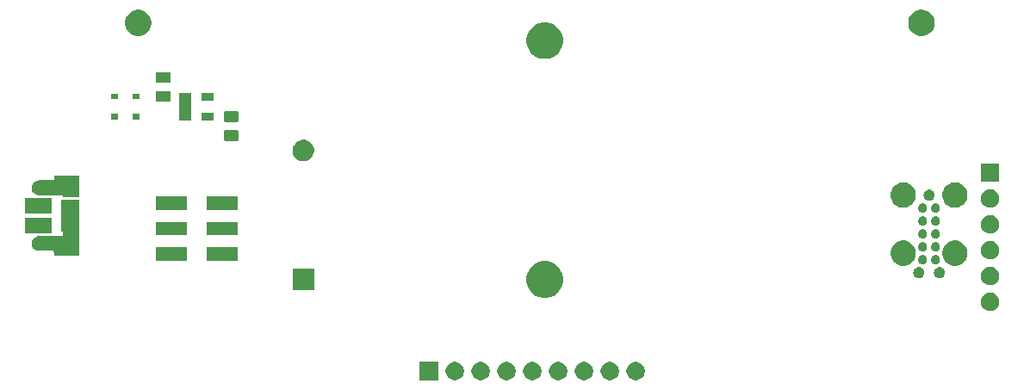
<source format=gbs>
G04 #@! TF.GenerationSoftware,KiCad,Pcbnew,5.1.5-52549c5~84~ubuntu19.10.1*
G04 #@! TF.CreationDate,2020-01-03T09:39:47-08:00*
G04 #@! TF.ProjectId,bsidessd,62736964-6573-4736-942e-6b696361645f,2*
G04 #@! TF.SameCoordinates,Original*
G04 #@! TF.FileFunction,Soldermask,Bot*
G04 #@! TF.FilePolarity,Negative*
%FSLAX46Y46*%
G04 Gerber Fmt 4.6, Leading zero omitted, Abs format (unit mm)*
G04 Created by KiCad (PCBNEW 5.1.5-52549c5~84~ubuntu19.10.1) date 2020-01-03 09:39:47*
%MOMM*%
%LPD*%
G04 APERTURE LIST*
%ADD10C,0.100000*%
G04 APERTURE END LIST*
D10*
G36*
X110273512Y-147103927D02*
G01*
X110422812Y-147133624D01*
X110586784Y-147201544D01*
X110734354Y-147300147D01*
X110859853Y-147425646D01*
X110958456Y-147573216D01*
X111026376Y-147737188D01*
X111061000Y-147911259D01*
X111061000Y-148088741D01*
X111026376Y-148262812D01*
X110958456Y-148426784D01*
X110859853Y-148574354D01*
X110734354Y-148699853D01*
X110586784Y-148798456D01*
X110422812Y-148866376D01*
X110273512Y-148896073D01*
X110248742Y-148901000D01*
X110071258Y-148901000D01*
X110046488Y-148896073D01*
X109897188Y-148866376D01*
X109733216Y-148798456D01*
X109585646Y-148699853D01*
X109460147Y-148574354D01*
X109361544Y-148426784D01*
X109293624Y-148262812D01*
X109259000Y-148088741D01*
X109259000Y-147911259D01*
X109293624Y-147737188D01*
X109361544Y-147573216D01*
X109460147Y-147425646D01*
X109585646Y-147300147D01*
X109733216Y-147201544D01*
X109897188Y-147133624D01*
X110046488Y-147103927D01*
X110071258Y-147099000D01*
X110248742Y-147099000D01*
X110273512Y-147103927D01*
G37*
G36*
X107733512Y-147103927D02*
G01*
X107882812Y-147133624D01*
X108046784Y-147201544D01*
X108194354Y-147300147D01*
X108319853Y-147425646D01*
X108418456Y-147573216D01*
X108486376Y-147737188D01*
X108521000Y-147911259D01*
X108521000Y-148088741D01*
X108486376Y-148262812D01*
X108418456Y-148426784D01*
X108319853Y-148574354D01*
X108194354Y-148699853D01*
X108046784Y-148798456D01*
X107882812Y-148866376D01*
X107733512Y-148896073D01*
X107708742Y-148901000D01*
X107531258Y-148901000D01*
X107506488Y-148896073D01*
X107357188Y-148866376D01*
X107193216Y-148798456D01*
X107045646Y-148699853D01*
X106920147Y-148574354D01*
X106821544Y-148426784D01*
X106753624Y-148262812D01*
X106719000Y-148088741D01*
X106719000Y-147911259D01*
X106753624Y-147737188D01*
X106821544Y-147573216D01*
X106920147Y-147425646D01*
X107045646Y-147300147D01*
X107193216Y-147201544D01*
X107357188Y-147133624D01*
X107506488Y-147103927D01*
X107531258Y-147099000D01*
X107708742Y-147099000D01*
X107733512Y-147103927D01*
G37*
G36*
X90741000Y-148901000D02*
G01*
X88939000Y-148901000D01*
X88939000Y-147099000D01*
X90741000Y-147099000D01*
X90741000Y-148901000D01*
G37*
G36*
X92493512Y-147103927D02*
G01*
X92642812Y-147133624D01*
X92806784Y-147201544D01*
X92954354Y-147300147D01*
X93079853Y-147425646D01*
X93178456Y-147573216D01*
X93246376Y-147737188D01*
X93281000Y-147911259D01*
X93281000Y-148088741D01*
X93246376Y-148262812D01*
X93178456Y-148426784D01*
X93079853Y-148574354D01*
X92954354Y-148699853D01*
X92806784Y-148798456D01*
X92642812Y-148866376D01*
X92493512Y-148896073D01*
X92468742Y-148901000D01*
X92291258Y-148901000D01*
X92266488Y-148896073D01*
X92117188Y-148866376D01*
X91953216Y-148798456D01*
X91805646Y-148699853D01*
X91680147Y-148574354D01*
X91581544Y-148426784D01*
X91513624Y-148262812D01*
X91479000Y-148088741D01*
X91479000Y-147911259D01*
X91513624Y-147737188D01*
X91581544Y-147573216D01*
X91680147Y-147425646D01*
X91805646Y-147300147D01*
X91953216Y-147201544D01*
X92117188Y-147133624D01*
X92266488Y-147103927D01*
X92291258Y-147099000D01*
X92468742Y-147099000D01*
X92493512Y-147103927D01*
G37*
G36*
X95033512Y-147103927D02*
G01*
X95182812Y-147133624D01*
X95346784Y-147201544D01*
X95494354Y-147300147D01*
X95619853Y-147425646D01*
X95718456Y-147573216D01*
X95786376Y-147737188D01*
X95821000Y-147911259D01*
X95821000Y-148088741D01*
X95786376Y-148262812D01*
X95718456Y-148426784D01*
X95619853Y-148574354D01*
X95494354Y-148699853D01*
X95346784Y-148798456D01*
X95182812Y-148866376D01*
X95033512Y-148896073D01*
X95008742Y-148901000D01*
X94831258Y-148901000D01*
X94806488Y-148896073D01*
X94657188Y-148866376D01*
X94493216Y-148798456D01*
X94345646Y-148699853D01*
X94220147Y-148574354D01*
X94121544Y-148426784D01*
X94053624Y-148262812D01*
X94019000Y-148088741D01*
X94019000Y-147911259D01*
X94053624Y-147737188D01*
X94121544Y-147573216D01*
X94220147Y-147425646D01*
X94345646Y-147300147D01*
X94493216Y-147201544D01*
X94657188Y-147133624D01*
X94806488Y-147103927D01*
X94831258Y-147099000D01*
X95008742Y-147099000D01*
X95033512Y-147103927D01*
G37*
G36*
X100113512Y-147103927D02*
G01*
X100262812Y-147133624D01*
X100426784Y-147201544D01*
X100574354Y-147300147D01*
X100699853Y-147425646D01*
X100798456Y-147573216D01*
X100866376Y-147737188D01*
X100901000Y-147911259D01*
X100901000Y-148088741D01*
X100866376Y-148262812D01*
X100798456Y-148426784D01*
X100699853Y-148574354D01*
X100574354Y-148699853D01*
X100426784Y-148798456D01*
X100262812Y-148866376D01*
X100113512Y-148896073D01*
X100088742Y-148901000D01*
X99911258Y-148901000D01*
X99886488Y-148896073D01*
X99737188Y-148866376D01*
X99573216Y-148798456D01*
X99425646Y-148699853D01*
X99300147Y-148574354D01*
X99201544Y-148426784D01*
X99133624Y-148262812D01*
X99099000Y-148088741D01*
X99099000Y-147911259D01*
X99133624Y-147737188D01*
X99201544Y-147573216D01*
X99300147Y-147425646D01*
X99425646Y-147300147D01*
X99573216Y-147201544D01*
X99737188Y-147133624D01*
X99886488Y-147103927D01*
X99911258Y-147099000D01*
X100088742Y-147099000D01*
X100113512Y-147103927D01*
G37*
G36*
X102653512Y-147103927D02*
G01*
X102802812Y-147133624D01*
X102966784Y-147201544D01*
X103114354Y-147300147D01*
X103239853Y-147425646D01*
X103338456Y-147573216D01*
X103406376Y-147737188D01*
X103441000Y-147911259D01*
X103441000Y-148088741D01*
X103406376Y-148262812D01*
X103338456Y-148426784D01*
X103239853Y-148574354D01*
X103114354Y-148699853D01*
X102966784Y-148798456D01*
X102802812Y-148866376D01*
X102653512Y-148896073D01*
X102628742Y-148901000D01*
X102451258Y-148901000D01*
X102426488Y-148896073D01*
X102277188Y-148866376D01*
X102113216Y-148798456D01*
X101965646Y-148699853D01*
X101840147Y-148574354D01*
X101741544Y-148426784D01*
X101673624Y-148262812D01*
X101639000Y-148088741D01*
X101639000Y-147911259D01*
X101673624Y-147737188D01*
X101741544Y-147573216D01*
X101840147Y-147425646D01*
X101965646Y-147300147D01*
X102113216Y-147201544D01*
X102277188Y-147133624D01*
X102426488Y-147103927D01*
X102451258Y-147099000D01*
X102628742Y-147099000D01*
X102653512Y-147103927D01*
G37*
G36*
X105193512Y-147103927D02*
G01*
X105342812Y-147133624D01*
X105506784Y-147201544D01*
X105654354Y-147300147D01*
X105779853Y-147425646D01*
X105878456Y-147573216D01*
X105946376Y-147737188D01*
X105981000Y-147911259D01*
X105981000Y-148088741D01*
X105946376Y-148262812D01*
X105878456Y-148426784D01*
X105779853Y-148574354D01*
X105654354Y-148699853D01*
X105506784Y-148798456D01*
X105342812Y-148866376D01*
X105193512Y-148896073D01*
X105168742Y-148901000D01*
X104991258Y-148901000D01*
X104966488Y-148896073D01*
X104817188Y-148866376D01*
X104653216Y-148798456D01*
X104505646Y-148699853D01*
X104380147Y-148574354D01*
X104281544Y-148426784D01*
X104213624Y-148262812D01*
X104179000Y-148088741D01*
X104179000Y-147911259D01*
X104213624Y-147737188D01*
X104281544Y-147573216D01*
X104380147Y-147425646D01*
X104505646Y-147300147D01*
X104653216Y-147201544D01*
X104817188Y-147133624D01*
X104966488Y-147103927D01*
X104991258Y-147099000D01*
X105168742Y-147099000D01*
X105193512Y-147103927D01*
G37*
G36*
X97573512Y-147103927D02*
G01*
X97722812Y-147133624D01*
X97886784Y-147201544D01*
X98034354Y-147300147D01*
X98159853Y-147425646D01*
X98258456Y-147573216D01*
X98326376Y-147737188D01*
X98361000Y-147911259D01*
X98361000Y-148088741D01*
X98326376Y-148262812D01*
X98258456Y-148426784D01*
X98159853Y-148574354D01*
X98034354Y-148699853D01*
X97886784Y-148798456D01*
X97722812Y-148866376D01*
X97573512Y-148896073D01*
X97548742Y-148901000D01*
X97371258Y-148901000D01*
X97346488Y-148896073D01*
X97197188Y-148866376D01*
X97033216Y-148798456D01*
X96885646Y-148699853D01*
X96760147Y-148574354D01*
X96661544Y-148426784D01*
X96593624Y-148262812D01*
X96559000Y-148088741D01*
X96559000Y-147911259D01*
X96593624Y-147737188D01*
X96661544Y-147573216D01*
X96760147Y-147425646D01*
X96885646Y-147300147D01*
X97033216Y-147201544D01*
X97197188Y-147133624D01*
X97346488Y-147103927D01*
X97371258Y-147099000D01*
X97548742Y-147099000D01*
X97573512Y-147103927D01*
G37*
G36*
X145113512Y-140303927D02*
G01*
X145262812Y-140333624D01*
X145426784Y-140401544D01*
X145574354Y-140500147D01*
X145699853Y-140625646D01*
X145798456Y-140773216D01*
X145866376Y-140937188D01*
X145901000Y-141111259D01*
X145901000Y-141288741D01*
X145866376Y-141462812D01*
X145798456Y-141626784D01*
X145699853Y-141774354D01*
X145574354Y-141899853D01*
X145426784Y-141998456D01*
X145262812Y-142066376D01*
X145113512Y-142096073D01*
X145088742Y-142101000D01*
X144911258Y-142101000D01*
X144886488Y-142096073D01*
X144737188Y-142066376D01*
X144573216Y-141998456D01*
X144425646Y-141899853D01*
X144300147Y-141774354D01*
X144201544Y-141626784D01*
X144133624Y-141462812D01*
X144099000Y-141288741D01*
X144099000Y-141111259D01*
X144133624Y-140937188D01*
X144201544Y-140773216D01*
X144300147Y-140625646D01*
X144425646Y-140500147D01*
X144573216Y-140401544D01*
X144737188Y-140333624D01*
X144886488Y-140303927D01*
X144911258Y-140299000D01*
X145088742Y-140299000D01*
X145113512Y-140303927D01*
G37*
G36*
X101748931Y-137268211D02*
G01*
X102076692Y-137403974D01*
X102371670Y-137601072D01*
X102622528Y-137851930D01*
X102819626Y-138146908D01*
X102955389Y-138474669D01*
X103024600Y-138822616D01*
X103024600Y-139177384D01*
X102955389Y-139525331D01*
X102819626Y-139853092D01*
X102622528Y-140148070D01*
X102371670Y-140398928D01*
X102076692Y-140596026D01*
X101748931Y-140731789D01*
X101400984Y-140801000D01*
X101046216Y-140801000D01*
X100698269Y-140731789D01*
X100370508Y-140596026D01*
X100075530Y-140398928D01*
X99824672Y-140148070D01*
X99627574Y-139853092D01*
X99491811Y-139525331D01*
X99422600Y-139177384D01*
X99422600Y-138822616D01*
X99491811Y-138474669D01*
X99627574Y-138146908D01*
X99824672Y-137851930D01*
X100075530Y-137601072D01*
X100370508Y-137403974D01*
X100698269Y-137268211D01*
X101046216Y-137199000D01*
X101400984Y-137199000D01*
X101748931Y-137268211D01*
G37*
G36*
X78551000Y-140051000D02*
G01*
X76449000Y-140051000D01*
X76449000Y-137949000D01*
X78551000Y-137949000D01*
X78551000Y-140051000D01*
G37*
G36*
X145112370Y-137763700D02*
G01*
X145262812Y-137793624D01*
X145426784Y-137861544D01*
X145574354Y-137960147D01*
X145699853Y-138085646D01*
X145798456Y-138233216D01*
X145866376Y-138397188D01*
X145901000Y-138571259D01*
X145901000Y-138748741D01*
X145866376Y-138922812D01*
X145798456Y-139086784D01*
X145699853Y-139234354D01*
X145574354Y-139359853D01*
X145426784Y-139458456D01*
X145262812Y-139526376D01*
X145113512Y-139556073D01*
X145088742Y-139561000D01*
X144911258Y-139561000D01*
X144886488Y-139556073D01*
X144737188Y-139526376D01*
X144573216Y-139458456D01*
X144425646Y-139359853D01*
X144300147Y-139234354D01*
X144201544Y-139086784D01*
X144133624Y-138922812D01*
X144099000Y-138748741D01*
X144099000Y-138571259D01*
X144133624Y-138397188D01*
X144201544Y-138233216D01*
X144300147Y-138085646D01*
X144425646Y-137960147D01*
X144573216Y-137861544D01*
X144737188Y-137793624D01*
X144887630Y-137763700D01*
X144911258Y-137759000D01*
X145088742Y-137759000D01*
X145112370Y-137763700D01*
G37*
G36*
X140122578Y-137774197D02*
G01*
X140175350Y-137784694D01*
X140274770Y-137825875D01*
X140364246Y-137885661D01*
X140440339Y-137961754D01*
X140500125Y-138051230D01*
X140539756Y-138146908D01*
X140541306Y-138150651D01*
X140557730Y-138233216D01*
X140562300Y-138256194D01*
X140562300Y-138363806D01*
X140541306Y-138469350D01*
X140500125Y-138568770D01*
X140440339Y-138658246D01*
X140364246Y-138734339D01*
X140274770Y-138794125D01*
X140175350Y-138835306D01*
X140122578Y-138845803D01*
X140069807Y-138856300D01*
X139962193Y-138856300D01*
X139909422Y-138845803D01*
X139856650Y-138835306D01*
X139757230Y-138794125D01*
X139667754Y-138734339D01*
X139591661Y-138658246D01*
X139531875Y-138568770D01*
X139490694Y-138469350D01*
X139469700Y-138363806D01*
X139469700Y-138256194D01*
X139474271Y-138233216D01*
X139490694Y-138150651D01*
X139492244Y-138146908D01*
X139531875Y-138051230D01*
X139591661Y-137961754D01*
X139667754Y-137885661D01*
X139757230Y-137825875D01*
X139856650Y-137784694D01*
X139909422Y-137774197D01*
X139962193Y-137763700D01*
X140069807Y-137763700D01*
X140122578Y-137774197D01*
G37*
G36*
X138090578Y-137774197D02*
G01*
X138143350Y-137784694D01*
X138242770Y-137825875D01*
X138332246Y-137885661D01*
X138408339Y-137961754D01*
X138468125Y-138051230D01*
X138507756Y-138146908D01*
X138509306Y-138150651D01*
X138525730Y-138233216D01*
X138530300Y-138256194D01*
X138530300Y-138363806D01*
X138509306Y-138469350D01*
X138468125Y-138568770D01*
X138408339Y-138658246D01*
X138332246Y-138734339D01*
X138242770Y-138794125D01*
X138143350Y-138835306D01*
X138090578Y-138845803D01*
X138037807Y-138856300D01*
X137930193Y-138856300D01*
X137877422Y-138845803D01*
X137824650Y-138835306D01*
X137725230Y-138794125D01*
X137635754Y-138734339D01*
X137559661Y-138658246D01*
X137499875Y-138568770D01*
X137458694Y-138469350D01*
X137437700Y-138363806D01*
X137437700Y-138256194D01*
X137442271Y-138233216D01*
X137458694Y-138150651D01*
X137460244Y-138146908D01*
X137499875Y-138051230D01*
X137559661Y-137961754D01*
X137635754Y-137885661D01*
X137725230Y-137825875D01*
X137824650Y-137784694D01*
X137877422Y-137774197D01*
X137930193Y-137763700D01*
X138037807Y-137763700D01*
X138090578Y-137774197D01*
G37*
G36*
X141696031Y-135173273D02*
G01*
X141901257Y-135214094D01*
X142126650Y-135307455D01*
X142329498Y-135442994D01*
X142502006Y-135615502D01*
X142637545Y-135818350D01*
X142730906Y-136043743D01*
X142778500Y-136283018D01*
X142778500Y-136526982D01*
X142730906Y-136766257D01*
X142637545Y-136991650D01*
X142502006Y-137194498D01*
X142329498Y-137367006D01*
X142126650Y-137502545D01*
X141901257Y-137595906D01*
X141696031Y-137636727D01*
X141661983Y-137643500D01*
X141418017Y-137643500D01*
X141383969Y-137636727D01*
X141178743Y-137595906D01*
X140953350Y-137502545D01*
X140750502Y-137367006D01*
X140577994Y-137194498D01*
X140442455Y-136991650D01*
X140349094Y-136766257D01*
X140301500Y-136526982D01*
X140301500Y-136283018D01*
X140349094Y-136043743D01*
X140442455Y-135818350D01*
X140577994Y-135615502D01*
X140750502Y-135442994D01*
X140953350Y-135307455D01*
X141178743Y-135214094D01*
X141383969Y-135173273D01*
X141418017Y-135166500D01*
X141661983Y-135166500D01*
X141696031Y-135173273D01*
G37*
G36*
X136616031Y-135173273D02*
G01*
X136821257Y-135214094D01*
X137046650Y-135307455D01*
X137249498Y-135442994D01*
X137422006Y-135615502D01*
X137557545Y-135818350D01*
X137650906Y-136043743D01*
X137698500Y-136283018D01*
X137698500Y-136526982D01*
X137650906Y-136766257D01*
X137557545Y-136991650D01*
X137422006Y-137194498D01*
X137249498Y-137367006D01*
X137046650Y-137502545D01*
X136821257Y-137595906D01*
X136616031Y-137636727D01*
X136581983Y-137643500D01*
X136338017Y-137643500D01*
X136303969Y-137636727D01*
X136098743Y-137595906D01*
X135873350Y-137502545D01*
X135670502Y-137367006D01*
X135497994Y-137194498D01*
X135362455Y-136991650D01*
X135269094Y-136766257D01*
X135221500Y-136526982D01*
X135221500Y-136283018D01*
X135269094Y-136043743D01*
X135362455Y-135818350D01*
X135497994Y-135615502D01*
X135670502Y-135442994D01*
X135873350Y-135307455D01*
X136098743Y-135214094D01*
X136303969Y-135173273D01*
X136338017Y-135166500D01*
X136581983Y-135166500D01*
X136616031Y-135173273D01*
G37*
G36*
X139764714Y-136612389D02*
G01*
X139803373Y-136628402D01*
X139845645Y-136645912D01*
X139918480Y-136694579D01*
X139980421Y-136756520D01*
X139980422Y-136756522D01*
X140029089Y-136829357D01*
X140062611Y-136910286D01*
X140079700Y-136996199D01*
X140079700Y-137083801D01*
X140062611Y-137169714D01*
X140052346Y-137194497D01*
X140029088Y-137250645D01*
X139980421Y-137323480D01*
X139918480Y-137385421D01*
X139845645Y-137434088D01*
X139845644Y-137434089D01*
X139845643Y-137434089D01*
X139764714Y-137467611D01*
X139678801Y-137484700D01*
X139591199Y-137484700D01*
X139505286Y-137467611D01*
X139424357Y-137434089D01*
X139424356Y-137434089D01*
X139424355Y-137434088D01*
X139351520Y-137385421D01*
X139289579Y-137323480D01*
X139240912Y-137250645D01*
X139217655Y-137194497D01*
X139207389Y-137169714D01*
X139190300Y-137083801D01*
X139190300Y-136996199D01*
X139207389Y-136910286D01*
X139240911Y-136829357D01*
X139289578Y-136756522D01*
X139289579Y-136756520D01*
X139351520Y-136694579D01*
X139424355Y-136645912D01*
X139466628Y-136628402D01*
X139505286Y-136612389D01*
X139591199Y-136595300D01*
X139678801Y-136595300D01*
X139764714Y-136612389D01*
G37*
G36*
X138494714Y-136612389D02*
G01*
X138533373Y-136628402D01*
X138575645Y-136645912D01*
X138648480Y-136694579D01*
X138710421Y-136756520D01*
X138710422Y-136756522D01*
X138759089Y-136829357D01*
X138792611Y-136910286D01*
X138809700Y-136996199D01*
X138809700Y-137083801D01*
X138792611Y-137169714D01*
X138782346Y-137194497D01*
X138759088Y-137250645D01*
X138710421Y-137323480D01*
X138648480Y-137385421D01*
X138575645Y-137434088D01*
X138575644Y-137434089D01*
X138575643Y-137434089D01*
X138494714Y-137467611D01*
X138408801Y-137484700D01*
X138321199Y-137484700D01*
X138235286Y-137467611D01*
X138154357Y-137434089D01*
X138154356Y-137434089D01*
X138154355Y-137434088D01*
X138081520Y-137385421D01*
X138019579Y-137323480D01*
X137970912Y-137250645D01*
X137947655Y-137194497D01*
X137937389Y-137169714D01*
X137920300Y-137083801D01*
X137920300Y-136996199D01*
X137937389Y-136910286D01*
X137970911Y-136829357D01*
X138019578Y-136756522D01*
X138019579Y-136756520D01*
X138081520Y-136694579D01*
X138154355Y-136645912D01*
X138196628Y-136628402D01*
X138235286Y-136612389D01*
X138321199Y-136595300D01*
X138408801Y-136595300D01*
X138494714Y-136612389D01*
G37*
G36*
X66051000Y-137151000D02*
G01*
X62949000Y-137151000D01*
X62949000Y-135849000D01*
X66051000Y-135849000D01*
X66051000Y-137151000D01*
G37*
G36*
X71051000Y-137151000D02*
G01*
X67949000Y-137151000D01*
X67949000Y-135849000D01*
X71051000Y-135849000D01*
X71051000Y-137151000D01*
G37*
G36*
X145113512Y-135223927D02*
G01*
X145262812Y-135253624D01*
X145426784Y-135321544D01*
X145574354Y-135420147D01*
X145699853Y-135545646D01*
X145798456Y-135693216D01*
X145866376Y-135857188D01*
X145901000Y-136031259D01*
X145901000Y-136208741D01*
X145866376Y-136382812D01*
X145798456Y-136546784D01*
X145699853Y-136694354D01*
X145574354Y-136819853D01*
X145426784Y-136918456D01*
X145262812Y-136986376D01*
X145113512Y-137016073D01*
X145088742Y-137021000D01*
X144911258Y-137021000D01*
X144886488Y-137016073D01*
X144737188Y-136986376D01*
X144573216Y-136918456D01*
X144425646Y-136819853D01*
X144300147Y-136694354D01*
X144201544Y-136546784D01*
X144133624Y-136382812D01*
X144099000Y-136208741D01*
X144099000Y-136031259D01*
X144133624Y-135857188D01*
X144201544Y-135693216D01*
X144300147Y-135545646D01*
X144425646Y-135420147D01*
X144573216Y-135321544D01*
X144737188Y-135253624D01*
X144886488Y-135223927D01*
X144911258Y-135219000D01*
X145088742Y-135219000D01*
X145113512Y-135223927D01*
G37*
G36*
X55441000Y-134399001D02*
G01*
X55443402Y-134423387D01*
X55450515Y-134446836D01*
X55462066Y-134468447D01*
X55466000Y-134473241D01*
X55466000Y-134971379D01*
X55468402Y-134995765D01*
X55471383Y-135007665D01*
X55477304Y-135027182D01*
X55488907Y-135145000D01*
X55477304Y-135262818D01*
X55471383Y-135282335D01*
X55466602Y-135306368D01*
X55466000Y-135318621D01*
X55466000Y-136626000D01*
X53890999Y-136626000D01*
X53866613Y-136628402D01*
X53843164Y-136635515D01*
X53837579Y-136638500D01*
X52964000Y-136638500D01*
X52964000Y-136305999D01*
X52961598Y-136281613D01*
X52954485Y-136258164D01*
X52942934Y-136236553D01*
X52927389Y-136217611D01*
X52908447Y-136202066D01*
X52886836Y-136190515D01*
X52863387Y-136183402D01*
X52839001Y-136181000D01*
X51464950Y-136181000D01*
X51463387Y-136180526D01*
X51451255Y-136178726D01*
X51367679Y-136170495D01*
X51230828Y-136128981D01*
X51230825Y-136128980D01*
X51104706Y-136061568D01*
X50994157Y-135970843D01*
X50903432Y-135860294D01*
X50836020Y-135734175D01*
X50800021Y-135615503D01*
X50794505Y-135597321D01*
X50780488Y-135455000D01*
X50794505Y-135312679D01*
X50836019Y-135175828D01*
X50836020Y-135175825D01*
X50903432Y-135049706D01*
X50994157Y-134939157D01*
X51104706Y-134848432D01*
X51230825Y-134781020D01*
X51230828Y-134781019D01*
X51367679Y-134739505D01*
X51451254Y-134731274D01*
X51462686Y-134729000D01*
X52839001Y-134729000D01*
X52863387Y-134726598D01*
X52886836Y-134719485D01*
X52901775Y-134711500D01*
X53739001Y-134711500D01*
X53763387Y-134709098D01*
X53786836Y-134701985D01*
X53808447Y-134690434D01*
X53827389Y-134674889D01*
X53842934Y-134655947D01*
X53854485Y-134634336D01*
X53861598Y-134610887D01*
X53864000Y-134586501D01*
X53864000Y-134400999D01*
X53861598Y-134376613D01*
X53854485Y-134353164D01*
X53842934Y-134331553D01*
X53827389Y-134312611D01*
X53808447Y-134297066D01*
X53786836Y-134285515D01*
X53763387Y-134278402D01*
X53739001Y-134276000D01*
X53689000Y-134276000D01*
X53689000Y-131174000D01*
X55441000Y-131174000D01*
X55441000Y-134399001D01*
G37*
G36*
X138494714Y-135342389D02*
G01*
X138575645Y-135375912D01*
X138648480Y-135424579D01*
X138710421Y-135486520D01*
X138759088Y-135559355D01*
X138759089Y-135559357D01*
X138792611Y-135640286D01*
X138809700Y-135726199D01*
X138809700Y-135813801D01*
X138800452Y-135860294D01*
X138792611Y-135899714D01*
X138759088Y-135980645D01*
X138710421Y-136053480D01*
X138648480Y-136115421D01*
X138575645Y-136164088D01*
X138575644Y-136164089D01*
X138575643Y-136164089D01*
X138494714Y-136197611D01*
X138408801Y-136214700D01*
X138321199Y-136214700D01*
X138235286Y-136197611D01*
X138154357Y-136164089D01*
X138154356Y-136164089D01*
X138154355Y-136164088D01*
X138081520Y-136115421D01*
X138019579Y-136053480D01*
X137970912Y-135980645D01*
X137937389Y-135899714D01*
X137929548Y-135860294D01*
X137920300Y-135813801D01*
X137920300Y-135726199D01*
X137937389Y-135640286D01*
X137970911Y-135559357D01*
X137970912Y-135559355D01*
X138019579Y-135486520D01*
X138081520Y-135424579D01*
X138154355Y-135375912D01*
X138235286Y-135342389D01*
X138321199Y-135325300D01*
X138408801Y-135325300D01*
X138494714Y-135342389D01*
G37*
G36*
X139764714Y-135342389D02*
G01*
X139845645Y-135375912D01*
X139918480Y-135424579D01*
X139980421Y-135486520D01*
X140029088Y-135559355D01*
X140029089Y-135559357D01*
X140062611Y-135640286D01*
X140079700Y-135726199D01*
X140079700Y-135813801D01*
X140070452Y-135860294D01*
X140062611Y-135899714D01*
X140029088Y-135980645D01*
X139980421Y-136053480D01*
X139918480Y-136115421D01*
X139845645Y-136164088D01*
X139845644Y-136164089D01*
X139845643Y-136164089D01*
X139764714Y-136197611D01*
X139678801Y-136214700D01*
X139591199Y-136214700D01*
X139505286Y-136197611D01*
X139424357Y-136164089D01*
X139424356Y-136164089D01*
X139424355Y-136164088D01*
X139351520Y-136115421D01*
X139289579Y-136053480D01*
X139240912Y-135980645D01*
X139207389Y-135899714D01*
X139199548Y-135860294D01*
X139190300Y-135813801D01*
X139190300Y-135726199D01*
X139207389Y-135640286D01*
X139240911Y-135559357D01*
X139240912Y-135559355D01*
X139289579Y-135486520D01*
X139351520Y-135424579D01*
X139424355Y-135375912D01*
X139505286Y-135342389D01*
X139591199Y-135325300D01*
X139678801Y-135325300D01*
X139764714Y-135342389D01*
G37*
G36*
X138494714Y-134072389D02*
G01*
X138575645Y-134105912D01*
X138648480Y-134154579D01*
X138710421Y-134216520D01*
X138710422Y-134216522D01*
X138759089Y-134289357D01*
X138792611Y-134370286D01*
X138809700Y-134456199D01*
X138809700Y-134543801D01*
X138801095Y-134587063D01*
X138792611Y-134629714D01*
X138759088Y-134710645D01*
X138710421Y-134783480D01*
X138648480Y-134845421D01*
X138575645Y-134894088D01*
X138575644Y-134894089D01*
X138575643Y-134894089D01*
X138494714Y-134927611D01*
X138408801Y-134944700D01*
X138321199Y-134944700D01*
X138235286Y-134927611D01*
X138154357Y-134894089D01*
X138154356Y-134894089D01*
X138154355Y-134894088D01*
X138081520Y-134845421D01*
X138019579Y-134783480D01*
X137970912Y-134710645D01*
X137937389Y-134629714D01*
X137928905Y-134587063D01*
X137920300Y-134543801D01*
X137920300Y-134456199D01*
X137937389Y-134370286D01*
X137970911Y-134289357D01*
X138019578Y-134216522D01*
X138019579Y-134216520D01*
X138081520Y-134154579D01*
X138154355Y-134105912D01*
X138235286Y-134072389D01*
X138321199Y-134055300D01*
X138408801Y-134055300D01*
X138494714Y-134072389D01*
G37*
G36*
X139764714Y-134072389D02*
G01*
X139845645Y-134105912D01*
X139918480Y-134154579D01*
X139980421Y-134216520D01*
X139980422Y-134216522D01*
X140029089Y-134289357D01*
X140062611Y-134370286D01*
X140079700Y-134456199D01*
X140079700Y-134543801D01*
X140071095Y-134587063D01*
X140062611Y-134629714D01*
X140029088Y-134710645D01*
X139980421Y-134783480D01*
X139918480Y-134845421D01*
X139845645Y-134894088D01*
X139845644Y-134894089D01*
X139845643Y-134894089D01*
X139764714Y-134927611D01*
X139678801Y-134944700D01*
X139591199Y-134944700D01*
X139505286Y-134927611D01*
X139424357Y-134894089D01*
X139424356Y-134894089D01*
X139424355Y-134894088D01*
X139351520Y-134845421D01*
X139289579Y-134783480D01*
X139240912Y-134710645D01*
X139207389Y-134629714D01*
X139198905Y-134587063D01*
X139190300Y-134543801D01*
X139190300Y-134456199D01*
X139207389Y-134370286D01*
X139240911Y-134289357D01*
X139289578Y-134216522D01*
X139289579Y-134216520D01*
X139351520Y-134154579D01*
X139424355Y-134105912D01*
X139505286Y-134072389D01*
X139591199Y-134055300D01*
X139678801Y-134055300D01*
X139764714Y-134072389D01*
G37*
G36*
X66051000Y-134651000D02*
G01*
X62949000Y-134651000D01*
X62949000Y-133349000D01*
X66051000Y-133349000D01*
X66051000Y-134651000D01*
G37*
G36*
X71051000Y-134651000D02*
G01*
X67949000Y-134651000D01*
X67949000Y-133349000D01*
X71051000Y-133349000D01*
X71051000Y-134651000D01*
G37*
G36*
X145113512Y-132683927D02*
G01*
X145262812Y-132713624D01*
X145426784Y-132781544D01*
X145574354Y-132880147D01*
X145699853Y-133005646D01*
X145798456Y-133153216D01*
X145866376Y-133317188D01*
X145901000Y-133491259D01*
X145901000Y-133668741D01*
X145866376Y-133842812D01*
X145798456Y-134006784D01*
X145699853Y-134154354D01*
X145574354Y-134279853D01*
X145426784Y-134378456D01*
X145262812Y-134446376D01*
X145127749Y-134473241D01*
X145088742Y-134481000D01*
X144911258Y-134481000D01*
X144872251Y-134473241D01*
X144737188Y-134446376D01*
X144573216Y-134378456D01*
X144425646Y-134279853D01*
X144300147Y-134154354D01*
X144201544Y-134006784D01*
X144133624Y-133842812D01*
X144099000Y-133668741D01*
X144099000Y-133491259D01*
X144133624Y-133317188D01*
X144201544Y-133153216D01*
X144300147Y-133005646D01*
X144425646Y-132880147D01*
X144573216Y-132781544D01*
X144737188Y-132713624D01*
X144886488Y-132683927D01*
X144911258Y-132679000D01*
X145088742Y-132679000D01*
X145113512Y-132683927D01*
G37*
G36*
X52716000Y-134451000D02*
G01*
X50114000Y-134451000D01*
X50114000Y-132919000D01*
X52716000Y-132919000D01*
X52716000Y-134451000D01*
G37*
G36*
X139764714Y-132802389D02*
G01*
X139845645Y-132835912D01*
X139918480Y-132884579D01*
X139980421Y-132946520D01*
X140029088Y-133019355D01*
X140029089Y-133019357D01*
X140062611Y-133100286D01*
X140079700Y-133186199D01*
X140079700Y-133273801D01*
X140064742Y-133349000D01*
X140062611Y-133359714D01*
X140029088Y-133440645D01*
X139980421Y-133513480D01*
X139918480Y-133575421D01*
X139845645Y-133624088D01*
X139845644Y-133624089D01*
X139845643Y-133624089D01*
X139764714Y-133657611D01*
X139678801Y-133674700D01*
X139591199Y-133674700D01*
X139505286Y-133657611D01*
X139424357Y-133624089D01*
X139424356Y-133624089D01*
X139424355Y-133624088D01*
X139351520Y-133575421D01*
X139289579Y-133513480D01*
X139240912Y-133440645D01*
X139207389Y-133359714D01*
X139205258Y-133349000D01*
X139190300Y-133273801D01*
X139190300Y-133186199D01*
X139207389Y-133100286D01*
X139240911Y-133019357D01*
X139240912Y-133019355D01*
X139289579Y-132946520D01*
X139351520Y-132884579D01*
X139424355Y-132835912D01*
X139505286Y-132802389D01*
X139591199Y-132785300D01*
X139678801Y-132785300D01*
X139764714Y-132802389D01*
G37*
G36*
X138494714Y-132802389D02*
G01*
X138575645Y-132835912D01*
X138648480Y-132884579D01*
X138710421Y-132946520D01*
X138759088Y-133019355D01*
X138759089Y-133019357D01*
X138792611Y-133100286D01*
X138809700Y-133186199D01*
X138809700Y-133273801D01*
X138794742Y-133349000D01*
X138792611Y-133359714D01*
X138759088Y-133440645D01*
X138710421Y-133513480D01*
X138648480Y-133575421D01*
X138575645Y-133624088D01*
X138575644Y-133624089D01*
X138575643Y-133624089D01*
X138494714Y-133657611D01*
X138408801Y-133674700D01*
X138321199Y-133674700D01*
X138235286Y-133657611D01*
X138154357Y-133624089D01*
X138154356Y-133624089D01*
X138154355Y-133624088D01*
X138081520Y-133575421D01*
X138019579Y-133513480D01*
X137970912Y-133440645D01*
X137937389Y-133359714D01*
X137935258Y-133349000D01*
X137920300Y-133273801D01*
X137920300Y-133186199D01*
X137937389Y-133100286D01*
X137970911Y-133019357D01*
X137970912Y-133019355D01*
X138019579Y-132946520D01*
X138081520Y-132884579D01*
X138154355Y-132835912D01*
X138235286Y-132802389D01*
X138321199Y-132785300D01*
X138408801Y-132785300D01*
X138494714Y-132802389D01*
G37*
G36*
X52716000Y-132531000D02*
G01*
X50114000Y-132531000D01*
X50114000Y-130999000D01*
X52716000Y-130999000D01*
X52716000Y-132531000D01*
G37*
G36*
X138494714Y-131532389D02*
G01*
X138575645Y-131565912D01*
X138648480Y-131614579D01*
X138710421Y-131676520D01*
X138710422Y-131676522D01*
X138759089Y-131749357D01*
X138792611Y-131830286D01*
X138802680Y-131880905D01*
X138809700Y-131916201D01*
X138809700Y-132003799D01*
X138792611Y-132089714D01*
X138759088Y-132170645D01*
X138710421Y-132243480D01*
X138648480Y-132305421D01*
X138575645Y-132354088D01*
X138575644Y-132354089D01*
X138575643Y-132354089D01*
X138494714Y-132387611D01*
X138408801Y-132404700D01*
X138321199Y-132404700D01*
X138235286Y-132387611D01*
X138154357Y-132354089D01*
X138154356Y-132354089D01*
X138154355Y-132354088D01*
X138081520Y-132305421D01*
X138019579Y-132243480D01*
X137970912Y-132170645D01*
X137937389Y-132089714D01*
X137920300Y-132003799D01*
X137920300Y-131916201D01*
X137927321Y-131880905D01*
X137937389Y-131830286D01*
X137970911Y-131749357D01*
X138019578Y-131676522D01*
X138019579Y-131676520D01*
X138081520Y-131614579D01*
X138154355Y-131565912D01*
X138235286Y-131532389D01*
X138321199Y-131515300D01*
X138408801Y-131515300D01*
X138494714Y-131532389D01*
G37*
G36*
X139764714Y-131532389D02*
G01*
X139845645Y-131565912D01*
X139918480Y-131614579D01*
X139980421Y-131676520D01*
X139980422Y-131676522D01*
X140029089Y-131749357D01*
X140062611Y-131830286D01*
X140072680Y-131880905D01*
X140079700Y-131916201D01*
X140079700Y-132003799D01*
X140062611Y-132089714D01*
X140029088Y-132170645D01*
X139980421Y-132243480D01*
X139918480Y-132305421D01*
X139845645Y-132354088D01*
X139845644Y-132354089D01*
X139845643Y-132354089D01*
X139764714Y-132387611D01*
X139678801Y-132404700D01*
X139591199Y-132404700D01*
X139505286Y-132387611D01*
X139424357Y-132354089D01*
X139424356Y-132354089D01*
X139424355Y-132354088D01*
X139351520Y-132305421D01*
X139289579Y-132243480D01*
X139240912Y-132170645D01*
X139207389Y-132089714D01*
X139190300Y-132003799D01*
X139190300Y-131916201D01*
X139197321Y-131880905D01*
X139207389Y-131830286D01*
X139240911Y-131749357D01*
X139289578Y-131676522D01*
X139289579Y-131676520D01*
X139351520Y-131614579D01*
X139424355Y-131565912D01*
X139505286Y-131532389D01*
X139591199Y-131515300D01*
X139678801Y-131515300D01*
X139764714Y-131532389D01*
G37*
G36*
X71051000Y-132151000D02*
G01*
X67949000Y-132151000D01*
X67949000Y-130849000D01*
X71051000Y-130849000D01*
X71051000Y-132151000D01*
G37*
G36*
X66051000Y-132151000D02*
G01*
X62949000Y-132151000D01*
X62949000Y-130849000D01*
X66051000Y-130849000D01*
X66051000Y-132151000D01*
G37*
G36*
X145112370Y-130143700D02*
G01*
X145262812Y-130173624D01*
X145426784Y-130241544D01*
X145574354Y-130340147D01*
X145699853Y-130465646D01*
X145798456Y-130613216D01*
X145866376Y-130777188D01*
X145901000Y-130951259D01*
X145901000Y-131128741D01*
X145866376Y-131302812D01*
X145798456Y-131466784D01*
X145699853Y-131614354D01*
X145574354Y-131739853D01*
X145426784Y-131838456D01*
X145262812Y-131906376D01*
X145113512Y-131936073D01*
X145088742Y-131941000D01*
X144911258Y-131941000D01*
X144886488Y-131936073D01*
X144737188Y-131906376D01*
X144573216Y-131838456D01*
X144425646Y-131739853D01*
X144300147Y-131614354D01*
X144201544Y-131466784D01*
X144133624Y-131302812D01*
X144099000Y-131128741D01*
X144099000Y-130951259D01*
X144133624Y-130777188D01*
X144201544Y-130613216D01*
X144300147Y-130465646D01*
X144425646Y-130340147D01*
X144573216Y-130241544D01*
X144737188Y-130173624D01*
X144887630Y-130143700D01*
X144911258Y-130139000D01*
X145088742Y-130139000D01*
X145112370Y-130143700D01*
G37*
G36*
X141696031Y-129458273D02*
G01*
X141901257Y-129499094D01*
X142126650Y-129592455D01*
X142329498Y-129727994D01*
X142502006Y-129900502D01*
X142637545Y-130103350D01*
X142730906Y-130328743D01*
X142778500Y-130568018D01*
X142778500Y-130811982D01*
X142730906Y-131051257D01*
X142637545Y-131276650D01*
X142502006Y-131479498D01*
X142329498Y-131652006D01*
X142126650Y-131787545D01*
X141901257Y-131880906D01*
X141696031Y-131921727D01*
X141661983Y-131928500D01*
X141418017Y-131928500D01*
X141383969Y-131921727D01*
X141178743Y-131880906D01*
X140953350Y-131787545D01*
X140750502Y-131652006D01*
X140577994Y-131479498D01*
X140442455Y-131276650D01*
X140349094Y-131051257D01*
X140301500Y-130811982D01*
X140301500Y-130568018D01*
X140349094Y-130328743D01*
X140442455Y-130103350D01*
X140577994Y-129900502D01*
X140750502Y-129727994D01*
X140953350Y-129592455D01*
X141178743Y-129499094D01*
X141383969Y-129458273D01*
X141418017Y-129451500D01*
X141661983Y-129451500D01*
X141696031Y-129458273D01*
G37*
G36*
X136616031Y-129458273D02*
G01*
X136821257Y-129499094D01*
X137046650Y-129592455D01*
X137249498Y-129727994D01*
X137422006Y-129900502D01*
X137557545Y-130103350D01*
X137650906Y-130328743D01*
X137698500Y-130568018D01*
X137698500Y-130811982D01*
X137650906Y-131051257D01*
X137557545Y-131276650D01*
X137422006Y-131479498D01*
X137249498Y-131652006D01*
X137046650Y-131787545D01*
X136821257Y-131880906D01*
X136616031Y-131921727D01*
X136581983Y-131928500D01*
X136338017Y-131928500D01*
X136303969Y-131921727D01*
X136098743Y-131880906D01*
X135873350Y-131787545D01*
X135670502Y-131652006D01*
X135497994Y-131479498D01*
X135362455Y-131276650D01*
X135269094Y-131051257D01*
X135221500Y-130811982D01*
X135221500Y-130568018D01*
X135269094Y-130328743D01*
X135362455Y-130103350D01*
X135497994Y-129900502D01*
X135670502Y-129727994D01*
X135873350Y-129592455D01*
X136098743Y-129499094D01*
X136303969Y-129458273D01*
X136338017Y-129451500D01*
X136581983Y-129451500D01*
X136616031Y-129458273D01*
G37*
G36*
X139106578Y-130154197D02*
G01*
X139159350Y-130164694D01*
X139258770Y-130205875D01*
X139348246Y-130265661D01*
X139424339Y-130341754D01*
X139484125Y-130431230D01*
X139525306Y-130530650D01*
X139525306Y-130530651D01*
X139546300Y-130636193D01*
X139546300Y-130743807D01*
X139539660Y-130777188D01*
X139525306Y-130849350D01*
X139484125Y-130948770D01*
X139424339Y-131038246D01*
X139348246Y-131114339D01*
X139258770Y-131174125D01*
X139159350Y-131215306D01*
X139106578Y-131225803D01*
X139053807Y-131236300D01*
X138946193Y-131236300D01*
X138893422Y-131225803D01*
X138840650Y-131215306D01*
X138741230Y-131174125D01*
X138651754Y-131114339D01*
X138575661Y-131038246D01*
X138515875Y-130948770D01*
X138474694Y-130849350D01*
X138460340Y-130777188D01*
X138453700Y-130743807D01*
X138453700Y-130636193D01*
X138474694Y-130530651D01*
X138474694Y-130530650D01*
X138515875Y-130431230D01*
X138575661Y-130341754D01*
X138651754Y-130265661D01*
X138741230Y-130205875D01*
X138840650Y-130164694D01*
X138893422Y-130154197D01*
X138946193Y-130143700D01*
X139053807Y-130143700D01*
X139106578Y-130154197D01*
G37*
G36*
X53843164Y-128764485D02*
G01*
X53866613Y-128771598D01*
X53890999Y-128774000D01*
X55486000Y-128774000D01*
X55486000Y-130269341D01*
X55486602Y-130281593D01*
X55488907Y-130305000D01*
X55486602Y-130328407D01*
X55486000Y-130340659D01*
X55486000Y-130876000D01*
X55091586Y-130876000D01*
X55067200Y-130878402D01*
X55055300Y-130881383D01*
X55002818Y-130897304D01*
X54914519Y-130906000D01*
X54455481Y-130906000D01*
X54367182Y-130897304D01*
X54314700Y-130881383D01*
X54290667Y-130876602D01*
X54278414Y-130876000D01*
X53884000Y-130876000D01*
X53884000Y-130825999D01*
X53881598Y-130801613D01*
X53874485Y-130778164D01*
X53862934Y-130756553D01*
X53847389Y-130737611D01*
X53828447Y-130722066D01*
X53806836Y-130710515D01*
X53783387Y-130703402D01*
X53759001Y-130701000D01*
X52052162Y-130701000D01*
X52027776Y-130703402D01*
X52015876Y-130706383D01*
X52002322Y-130710495D01*
X51895660Y-130721000D01*
X51474340Y-130721000D01*
X51438787Y-130717498D01*
X51367679Y-130710495D01*
X51230828Y-130668981D01*
X51230825Y-130668980D01*
X51104706Y-130601568D01*
X50994157Y-130510843D01*
X50903432Y-130400294D01*
X50836020Y-130274175D01*
X50826121Y-130241544D01*
X50794505Y-130137321D01*
X50780488Y-129995000D01*
X50794505Y-129852679D01*
X50836019Y-129715828D01*
X50836020Y-129715825D01*
X50903432Y-129589706D01*
X50994157Y-129479157D01*
X51104706Y-129388432D01*
X51230825Y-129321020D01*
X51230828Y-129321019D01*
X51367679Y-129279505D01*
X51451254Y-129271274D01*
X51475286Y-129266494D01*
X51497925Y-129257116D01*
X51510072Y-129249000D01*
X52839001Y-129249000D01*
X52863387Y-129246598D01*
X52886836Y-129239485D01*
X52908447Y-129227934D01*
X52927389Y-129212389D01*
X52942934Y-129193447D01*
X52954485Y-129171836D01*
X52961598Y-129148387D01*
X52964000Y-129124001D01*
X52964000Y-128761500D01*
X53837579Y-128761500D01*
X53843164Y-128764485D01*
G37*
G36*
X145901000Y-129401000D02*
G01*
X144099000Y-129401000D01*
X144099000Y-127599000D01*
X145901000Y-127599000D01*
X145901000Y-129401000D01*
G37*
G36*
X77806564Y-125289389D02*
G01*
X77997833Y-125368615D01*
X77997835Y-125368616D01*
X78169973Y-125483635D01*
X78316365Y-125630027D01*
X78431385Y-125802167D01*
X78510611Y-125993436D01*
X78551000Y-126196484D01*
X78551000Y-126403516D01*
X78510611Y-126606564D01*
X78431385Y-126797833D01*
X78431384Y-126797835D01*
X78316365Y-126969973D01*
X78169973Y-127116365D01*
X77997835Y-127231384D01*
X77997834Y-127231385D01*
X77997833Y-127231385D01*
X77806564Y-127310611D01*
X77603516Y-127351000D01*
X77396484Y-127351000D01*
X77193436Y-127310611D01*
X77002167Y-127231385D01*
X77002166Y-127231385D01*
X77002165Y-127231384D01*
X76830027Y-127116365D01*
X76683635Y-126969973D01*
X76568616Y-126797835D01*
X76568615Y-126797833D01*
X76489389Y-126606564D01*
X76449000Y-126403516D01*
X76449000Y-126196484D01*
X76489389Y-125993436D01*
X76568615Y-125802167D01*
X76683635Y-125630027D01*
X76830027Y-125483635D01*
X77002165Y-125368616D01*
X77002167Y-125368615D01*
X77193436Y-125289389D01*
X77396484Y-125249000D01*
X77603516Y-125249000D01*
X77806564Y-125289389D01*
G37*
G36*
X70984468Y-124303565D02*
G01*
X71023138Y-124315296D01*
X71058777Y-124334346D01*
X71090017Y-124359983D01*
X71115654Y-124391223D01*
X71134704Y-124426862D01*
X71146435Y-124465532D01*
X71151000Y-124511888D01*
X71151000Y-125163112D01*
X71146435Y-125209468D01*
X71134704Y-125248138D01*
X71115654Y-125283777D01*
X71090017Y-125315017D01*
X71058777Y-125340654D01*
X71023138Y-125359704D01*
X70984468Y-125371435D01*
X70938112Y-125376000D01*
X69861888Y-125376000D01*
X69815532Y-125371435D01*
X69776862Y-125359704D01*
X69741223Y-125340654D01*
X69709983Y-125315017D01*
X69684346Y-125283777D01*
X69665296Y-125248138D01*
X69653565Y-125209468D01*
X69649000Y-125163112D01*
X69649000Y-124511888D01*
X69653565Y-124465532D01*
X69665296Y-124426862D01*
X69684346Y-124391223D01*
X69709983Y-124359983D01*
X69741223Y-124334346D01*
X69776862Y-124315296D01*
X69815532Y-124303565D01*
X69861888Y-124299000D01*
X70938112Y-124299000D01*
X70984468Y-124303565D01*
G37*
G36*
X70984468Y-122428565D02*
G01*
X71023138Y-122440296D01*
X71058777Y-122459346D01*
X71090017Y-122484983D01*
X71115654Y-122516223D01*
X71134704Y-122551862D01*
X71146435Y-122590532D01*
X71151000Y-122636888D01*
X71151000Y-123288112D01*
X71146435Y-123334468D01*
X71134704Y-123373138D01*
X71115654Y-123408777D01*
X71090017Y-123440017D01*
X71058777Y-123465654D01*
X71023138Y-123484704D01*
X70984468Y-123496435D01*
X70938112Y-123501000D01*
X69861888Y-123501000D01*
X69815532Y-123496435D01*
X69776862Y-123484704D01*
X69741223Y-123465654D01*
X69709983Y-123440017D01*
X69684346Y-123408777D01*
X69665296Y-123373138D01*
X69653565Y-123334468D01*
X69649000Y-123288112D01*
X69649000Y-122636888D01*
X69653565Y-122590532D01*
X69665296Y-122551862D01*
X69684346Y-122516223D01*
X69709983Y-122484983D01*
X69741223Y-122459346D01*
X69776862Y-122440296D01*
X69815532Y-122428565D01*
X69861888Y-122424000D01*
X70938112Y-122424000D01*
X70984468Y-122428565D01*
G37*
G36*
X66481000Y-123326000D02*
G01*
X65319000Y-123326000D01*
X65319000Y-120674000D01*
X66481000Y-120674000D01*
X66481000Y-123326000D01*
G37*
G36*
X68681000Y-123326000D02*
G01*
X67519000Y-123326000D01*
X67519000Y-122574000D01*
X68681000Y-122574000D01*
X68681000Y-123326000D01*
G37*
G36*
X61401000Y-123276000D02*
G01*
X60699000Y-123276000D01*
X60699000Y-122724000D01*
X61401000Y-122724000D01*
X61401000Y-123276000D01*
G37*
G36*
X59301000Y-123276000D02*
G01*
X58599000Y-123276000D01*
X58599000Y-122724000D01*
X59301000Y-122724000D01*
X59301000Y-123276000D01*
G37*
G36*
X64284468Y-120466065D02*
G01*
X64323138Y-120477796D01*
X64358777Y-120496846D01*
X64390017Y-120522483D01*
X64415654Y-120553723D01*
X64434704Y-120589362D01*
X64446435Y-120628032D01*
X64451000Y-120674388D01*
X64451000Y-121325612D01*
X64446435Y-121371968D01*
X64434704Y-121410638D01*
X64415654Y-121446277D01*
X64390017Y-121477517D01*
X64358777Y-121503154D01*
X64323138Y-121522204D01*
X64284468Y-121533935D01*
X64238112Y-121538500D01*
X63161888Y-121538500D01*
X63115532Y-121533935D01*
X63076862Y-121522204D01*
X63041223Y-121503154D01*
X63009983Y-121477517D01*
X62984346Y-121446277D01*
X62965296Y-121410638D01*
X62953565Y-121371968D01*
X62949000Y-121325612D01*
X62949000Y-120674388D01*
X62953565Y-120628032D01*
X62965296Y-120589362D01*
X62984346Y-120553723D01*
X63009983Y-120522483D01*
X63041223Y-120496846D01*
X63076862Y-120477796D01*
X63115532Y-120466065D01*
X63161888Y-120461500D01*
X64238112Y-120461500D01*
X64284468Y-120466065D01*
G37*
G36*
X68681000Y-121426000D02*
G01*
X67519000Y-121426000D01*
X67519000Y-120674000D01*
X68681000Y-120674000D01*
X68681000Y-121426000D01*
G37*
G36*
X59301000Y-121276000D02*
G01*
X58599000Y-121276000D01*
X58599000Y-120724000D01*
X59301000Y-120724000D01*
X59301000Y-121276000D01*
G37*
G36*
X61401000Y-121276000D02*
G01*
X60699000Y-121276000D01*
X60699000Y-120724000D01*
X61401000Y-120724000D01*
X61401000Y-121276000D01*
G37*
G36*
X64284468Y-118591065D02*
G01*
X64323138Y-118602796D01*
X64358777Y-118621846D01*
X64390017Y-118647483D01*
X64415654Y-118678723D01*
X64434704Y-118714362D01*
X64446435Y-118753032D01*
X64451000Y-118799388D01*
X64451000Y-119450612D01*
X64446435Y-119496968D01*
X64434704Y-119535638D01*
X64415654Y-119571277D01*
X64390017Y-119602517D01*
X64358777Y-119628154D01*
X64323138Y-119647204D01*
X64284468Y-119658935D01*
X64238112Y-119663500D01*
X63161888Y-119663500D01*
X63115532Y-119658935D01*
X63076862Y-119647204D01*
X63041223Y-119628154D01*
X63009983Y-119602517D01*
X62984346Y-119571277D01*
X62965296Y-119535638D01*
X62953565Y-119496968D01*
X62949000Y-119450612D01*
X62949000Y-118799388D01*
X62953565Y-118753032D01*
X62965296Y-118714362D01*
X62984346Y-118678723D01*
X63009983Y-118647483D01*
X63041223Y-118621846D01*
X63076862Y-118602796D01*
X63115532Y-118591065D01*
X63161888Y-118586500D01*
X64238112Y-118586500D01*
X64284468Y-118591065D01*
G37*
G36*
X101748931Y-113773211D02*
G01*
X102076692Y-113908974D01*
X102371670Y-114106072D01*
X102622528Y-114356930D01*
X102819626Y-114651908D01*
X102955389Y-114979669D01*
X103024600Y-115327616D01*
X103024600Y-115682384D01*
X102955389Y-116030331D01*
X102819626Y-116358092D01*
X102622528Y-116653070D01*
X102371670Y-116903928D01*
X102076692Y-117101026D01*
X101748931Y-117236789D01*
X101400984Y-117306000D01*
X101046216Y-117306000D01*
X100698269Y-117236789D01*
X100370508Y-117101026D01*
X100075530Y-116903928D01*
X99824672Y-116653070D01*
X99627574Y-116358092D01*
X99491811Y-116030331D01*
X99422600Y-115682384D01*
X99422600Y-115327616D01*
X99491811Y-114979669D01*
X99627574Y-114651908D01*
X99824672Y-114356930D01*
X100075530Y-114106072D01*
X100370508Y-113908974D01*
X100698269Y-113773211D01*
X101046216Y-113704000D01*
X101400984Y-113704000D01*
X101748931Y-113773211D01*
G37*
G36*
X61629487Y-112498996D02*
G01*
X61866253Y-112597068D01*
X61866255Y-112597069D01*
X62079339Y-112739447D01*
X62260553Y-112920661D01*
X62402932Y-113133747D01*
X62501004Y-113370513D01*
X62551000Y-113621861D01*
X62551000Y-113878139D01*
X62501004Y-114129487D01*
X62406794Y-114356930D01*
X62402931Y-114366255D01*
X62260553Y-114579339D01*
X62079339Y-114760553D01*
X61866255Y-114902931D01*
X61866254Y-114902932D01*
X61866253Y-114902932D01*
X61629487Y-115001004D01*
X61378139Y-115051000D01*
X61121861Y-115051000D01*
X60870513Y-115001004D01*
X60633747Y-114902932D01*
X60633746Y-114902932D01*
X60633745Y-114902931D01*
X60420661Y-114760553D01*
X60239447Y-114579339D01*
X60097069Y-114366255D01*
X60093206Y-114356930D01*
X59998996Y-114129487D01*
X59949000Y-113878139D01*
X59949000Y-113621861D01*
X59998996Y-113370513D01*
X60097068Y-113133747D01*
X60239447Y-112920661D01*
X60420661Y-112739447D01*
X60633745Y-112597069D01*
X60633747Y-112597068D01*
X60870513Y-112498996D01*
X61121861Y-112449000D01*
X61378139Y-112449000D01*
X61629487Y-112498996D01*
G37*
G36*
X138629487Y-112498996D02*
G01*
X138866253Y-112597068D01*
X138866255Y-112597069D01*
X139079339Y-112739447D01*
X139260553Y-112920661D01*
X139402932Y-113133747D01*
X139501004Y-113370513D01*
X139551000Y-113621861D01*
X139551000Y-113878139D01*
X139501004Y-114129487D01*
X139406794Y-114356930D01*
X139402931Y-114366255D01*
X139260553Y-114579339D01*
X139079339Y-114760553D01*
X138866255Y-114902931D01*
X138866254Y-114902932D01*
X138866253Y-114902932D01*
X138629487Y-115001004D01*
X138378139Y-115051000D01*
X138121861Y-115051000D01*
X137870513Y-115001004D01*
X137633747Y-114902932D01*
X137633746Y-114902932D01*
X137633745Y-114902931D01*
X137420661Y-114760553D01*
X137239447Y-114579339D01*
X137097069Y-114366255D01*
X137093206Y-114356930D01*
X136998996Y-114129487D01*
X136949000Y-113878139D01*
X136949000Y-113621861D01*
X136998996Y-113370513D01*
X137097068Y-113133747D01*
X137239447Y-112920661D01*
X137420661Y-112739447D01*
X137633745Y-112597069D01*
X137633747Y-112597068D01*
X137870513Y-112498996D01*
X138121861Y-112449000D01*
X138378139Y-112449000D01*
X138629487Y-112498996D01*
G37*
M02*

</source>
